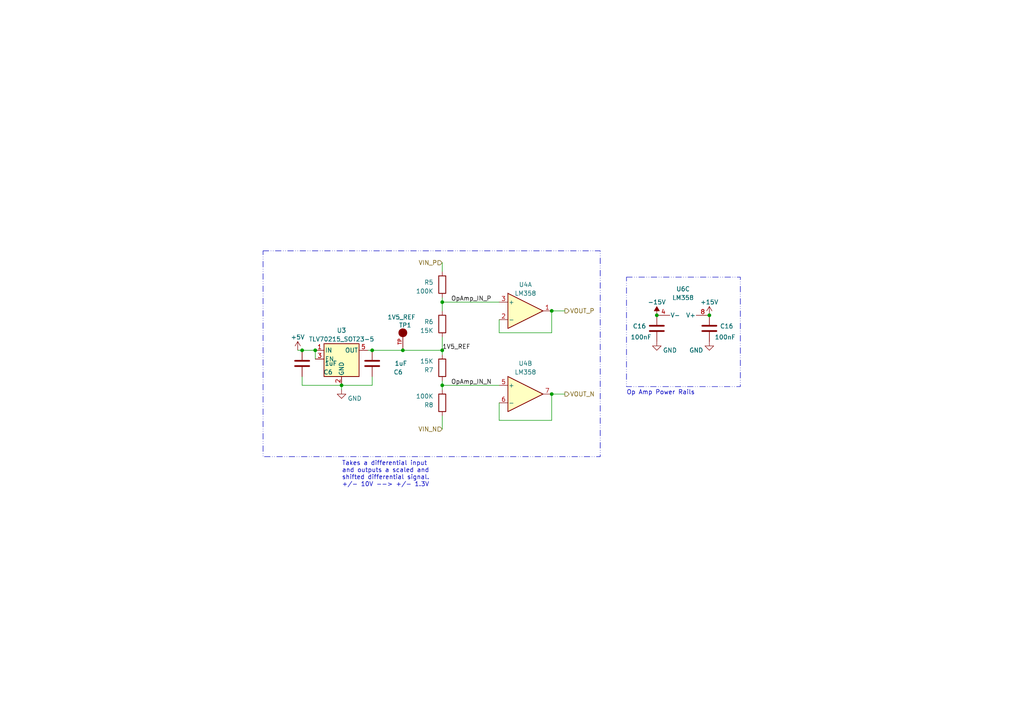
<source format=kicad_sch>
(kicad_sch (version 20230121) (generator eeschema)

  (uuid 396cc7bf-2d18-4911-b92a-f3b1cec3107b)

  (paper "A4")

  (lib_symbols
    (symbol "5117:5117" (pin_names (offset 1.016)) (in_bom yes) (on_board yes)
      (property "Reference" "TP" (at -2.5444 2.5415 0)
        (effects (font (size 1.27 1.27)) (justify left bottom))
      )
      (property "Value" "5117" (at -2.55 -5.0866 0)
        (effects (font (size 1.27 1.27)) (justify left bottom))
      )
      (property "Footprint" "5117:KEYSTONE_5117" (at 0 0 0)
        (effects (font (size 1.27 1.27)) (justify bottom) hide)
      )
      (property "Datasheet" "" (at 0 0 0)
        (effects (font (size 1.27 1.27)) hide)
      )
      (property "PARTREV" "H" (at 0 0 0)
        (effects (font (size 1.27 1.27)) (justify bottom) hide)
      )
      (property "STANDARD" "Manufacturer Recommendations" (at 0 0 0)
        (effects (font (size 1.27 1.27)) (justify bottom) hide)
      )
      (property "SNAPEDA_PN" "5000" (at 0 0 0)
        (effects (font (size 1.27 1.27)) (justify bottom) hide)
      )
      (property "MAXIMUM_PACKAGE_HEIGHT" "4.57 mm" (at 0 0 0)
        (effects (font (size 1.27 1.27)) (justify bottom) hide)
      )
      (property "MANUFACTURER" "Keystone" (at 0 0 0)
        (effects (font (size 1.27 1.27)) (justify bottom) hide)
      )
      (symbol "5117_0_0"
        (circle (center 0 0) (radius 0.635)
          (stroke (width 1.27) (type default))
          (fill (type none))
        )
        (pin passive line (at -5.08 0 0) (length 5.08)
          (name "~" (effects (font (size 1.016 1.016))))
          (number "TP" (effects (font (size 1.016 1.016))))
        )
      )
    )
    (symbol "Amplifier_Operational:LM358" (pin_names (offset 0.127)) (in_bom yes) (on_board yes)
      (property "Reference" "U" (at 0 5.08 0)
        (effects (font (size 1.27 1.27)) (justify left))
      )
      (property "Value" "LM358" (at 0 -5.08 0)
        (effects (font (size 1.27 1.27)) (justify left))
      )
      (property "Footprint" "" (at 0 0 0)
        (effects (font (size 1.27 1.27)) hide)
      )
      (property "Datasheet" "http://www.ti.com/lit/ds/symlink/lm2904-n.pdf" (at 0 0 0)
        (effects (font (size 1.27 1.27)) hide)
      )
      (property "ki_locked" "" (at 0 0 0)
        (effects (font (size 1.27 1.27)))
      )
      (property "ki_keywords" "dual opamp" (at 0 0 0)
        (effects (font (size 1.27 1.27)) hide)
      )
      (property "ki_description" "Low-Power, Dual Operational Amplifiers, DIP-8/SOIC-8/TO-99-8" (at 0 0 0)
        (effects (font (size 1.27 1.27)) hide)
      )
      (property "ki_fp_filters" "SOIC*3.9x4.9mm*P1.27mm* DIP*W7.62mm* TO*99* OnSemi*Micro8* TSSOP*3x3mm*P0.65mm* TSSOP*4.4x3mm*P0.65mm* MSOP*3x3mm*P0.65mm* SSOP*3.9x4.9mm*P0.635mm* LFCSP*2x2mm*P0.5mm* *SIP* SOIC*5.3x6.2mm*P1.27mm*" (at 0 0 0)
        (effects (font (size 1.27 1.27)) hide)
      )
      (symbol "LM358_1_1"
        (polyline
          (pts
            (xy -5.08 5.08)
            (xy 5.08 0)
            (xy -5.08 -5.08)
            (xy -5.08 5.08)
          )
          (stroke (width 0.254) (type default))
          (fill (type background))
        )
        (pin output line (at 7.62 0 180) (length 2.54)
          (name "~" (effects (font (size 1.27 1.27))))
          (number "1" (effects (font (size 1.27 1.27))))
        )
        (pin input line (at -7.62 -2.54 0) (length 2.54)
          (name "-" (effects (font (size 1.27 1.27))))
          (number "2" (effects (font (size 1.27 1.27))))
        )
        (pin input line (at -7.62 2.54 0) (length 2.54)
          (name "+" (effects (font (size 1.27 1.27))))
          (number "3" (effects (font (size 1.27 1.27))))
        )
      )
      (symbol "LM358_2_1"
        (polyline
          (pts
            (xy -5.08 5.08)
            (xy 5.08 0)
            (xy -5.08 -5.08)
            (xy -5.08 5.08)
          )
          (stroke (width 0.254) (type default))
          (fill (type background))
        )
        (pin input line (at -7.62 2.54 0) (length 2.54)
          (name "+" (effects (font (size 1.27 1.27))))
          (number "5" (effects (font (size 1.27 1.27))))
        )
        (pin input line (at -7.62 -2.54 0) (length 2.54)
          (name "-" (effects (font (size 1.27 1.27))))
          (number "6" (effects (font (size 1.27 1.27))))
        )
        (pin output line (at 7.62 0 180) (length 2.54)
          (name "~" (effects (font (size 1.27 1.27))))
          (number "7" (effects (font (size 1.27 1.27))))
        )
      )
      (symbol "LM358_3_1"
        (pin power_in line (at -2.54 -7.62 90) (length 3.81)
          (name "V-" (effects (font (size 1.27 1.27))))
          (number "4" (effects (font (size 1.27 1.27))))
        )
        (pin power_in line (at -2.54 7.62 270) (length 3.81)
          (name "V+" (effects (font (size 1.27 1.27))))
          (number "8" (effects (font (size 1.27 1.27))))
        )
      )
    )
    (symbol "Device:C" (pin_numbers hide) (pin_names (offset 0.254)) (in_bom yes) (on_board yes)
      (property "Reference" "C" (at 0.635 2.54 0)
        (effects (font (size 1.27 1.27)) (justify left))
      )
      (property "Value" "C" (at 0.635 -2.54 0)
        (effects (font (size 1.27 1.27)) (justify left))
      )
      (property "Footprint" "" (at 0.9652 -3.81 0)
        (effects (font (size 1.27 1.27)) hide)
      )
      (property "Datasheet" "~" (at 0 0 0)
        (effects (font (size 1.27 1.27)) hide)
      )
      (property "ki_keywords" "cap capacitor" (at 0 0 0)
        (effects (font (size 1.27 1.27)) hide)
      )
      (property "ki_description" "Unpolarized capacitor" (at 0 0 0)
        (effects (font (size 1.27 1.27)) hide)
      )
      (property "ki_fp_filters" "C_*" (at 0 0 0)
        (effects (font (size 1.27 1.27)) hide)
      )
      (symbol "C_0_1"
        (polyline
          (pts
            (xy -2.032 -0.762)
            (xy 2.032 -0.762)
          )
          (stroke (width 0.508) (type default))
          (fill (type none))
        )
        (polyline
          (pts
            (xy -2.032 0.762)
            (xy 2.032 0.762)
          )
          (stroke (width 0.508) (type default))
          (fill (type none))
        )
      )
      (symbol "C_1_1"
        (pin passive line (at 0 3.81 270) (length 2.794)
          (name "~" (effects (font (size 1.27 1.27))))
          (number "1" (effects (font (size 1.27 1.27))))
        )
        (pin passive line (at 0 -3.81 90) (length 2.794)
          (name "~" (effects (font (size 1.27 1.27))))
          (number "2" (effects (font (size 1.27 1.27))))
        )
      )
    )
    (symbol "Device:R" (pin_numbers hide) (pin_names (offset 0)) (in_bom yes) (on_board yes)
      (property "Reference" "R" (at 2.032 0 90)
        (effects (font (size 1.27 1.27)))
      )
      (property "Value" "R" (at 0 0 90)
        (effects (font (size 1.27 1.27)))
      )
      (property "Footprint" "" (at -1.778 0 90)
        (effects (font (size 1.27 1.27)) hide)
      )
      (property "Datasheet" "~" (at 0 0 0)
        (effects (font (size 1.27 1.27)) hide)
      )
      (property "ki_keywords" "R res resistor" (at 0 0 0)
        (effects (font (size 1.27 1.27)) hide)
      )
      (property "ki_description" "Resistor" (at 0 0 0)
        (effects (font (size 1.27 1.27)) hide)
      )
      (property "ki_fp_filters" "R_*" (at 0 0 0)
        (effects (font (size 1.27 1.27)) hide)
      )
      (symbol "R_0_1"
        (rectangle (start -1.016 -2.54) (end 1.016 2.54)
          (stroke (width 0.254) (type default))
          (fill (type none))
        )
      )
      (symbol "R_1_1"
        (pin passive line (at 0 3.81 270) (length 1.27)
          (name "~" (effects (font (size 1.27 1.27))))
          (number "1" (effects (font (size 1.27 1.27))))
        )
        (pin passive line (at 0 -3.81 90) (length 1.27)
          (name "~" (effects (font (size 1.27 1.27))))
          (number "2" (effects (font (size 1.27 1.27))))
        )
      )
    )
    (symbol "Regulator_Linear:TLV70215_SOT23-5" (pin_names (offset 0.254)) (in_bom yes) (on_board yes)
      (property "Reference" "U" (at -3.81 5.715 0)
        (effects (font (size 1.27 1.27)))
      )
      (property "Value" "TLV70215_SOT23-5" (at 0 5.715 0)
        (effects (font (size 1.27 1.27)) (justify left))
      )
      (property "Footprint" "Package_TO_SOT_SMD:SOT-23-5" (at 0 8.255 0)
        (effects (font (size 1.27 1.27) italic) hide)
      )
      (property "Datasheet" "http://www.ti.com/lit/ds/symlink/tlv702.pdf" (at 0 1.27 0)
        (effects (font (size 1.27 1.27)) hide)
      )
      (property "ki_keywords" "300mA LDO Regulator Fixed Positive" (at 0 0 0)
        (effects (font (size 1.27 1.27)) hide)
      )
      (property "ki_description" "300mA Low Dropout Voltage Regulator, Fixed Output 1.5V, SOT-23-5" (at 0 0 0)
        (effects (font (size 1.27 1.27)) hide)
      )
      (property "ki_fp_filters" "SOT?23*" (at 0 0 0)
        (effects (font (size 1.27 1.27)) hide)
      )
      (symbol "TLV70215_SOT23-5_0_1"
        (rectangle (start -5.08 4.445) (end 5.08 -5.08)
          (stroke (width 0.254) (type default))
          (fill (type background))
        )
      )
      (symbol "TLV70215_SOT23-5_1_1"
        (pin power_in line (at -7.62 2.54 0) (length 2.54)
          (name "IN" (effects (font (size 1.27 1.27))))
          (number "1" (effects (font (size 1.27 1.27))))
        )
        (pin power_in line (at 0 -7.62 90) (length 2.54)
          (name "GND" (effects (font (size 1.27 1.27))))
          (number "2" (effects (font (size 1.27 1.27))))
        )
        (pin input line (at -7.62 0 0) (length 2.54)
          (name "EN" (effects (font (size 1.27 1.27))))
          (number "3" (effects (font (size 1.27 1.27))))
        )
        (pin no_connect line (at 5.08 0 180) (length 2.54) hide
          (name "NC" (effects (font (size 1.27 1.27))))
          (number "4" (effects (font (size 1.27 1.27))))
        )
        (pin power_out line (at 7.62 2.54 180) (length 2.54)
          (name "OUT" (effects (font (size 1.27 1.27))))
          (number "5" (effects (font (size 1.27 1.27))))
        )
      )
    )
    (symbol "power:+15V" (power) (pin_names (offset 0)) (in_bom yes) (on_board yes)
      (property "Reference" "#PWR" (at 0 -3.81 0)
        (effects (font (size 1.27 1.27)) hide)
      )
      (property "Value" "+15V" (at 0 3.556 0)
        (effects (font (size 1.27 1.27)))
      )
      (property "Footprint" "" (at 0 0 0)
        (effects (font (size 1.27 1.27)) hide)
      )
      (property "Datasheet" "" (at 0 0 0)
        (effects (font (size 1.27 1.27)) hide)
      )
      (property "ki_keywords" "global power" (at 0 0 0)
        (effects (font (size 1.27 1.27)) hide)
      )
      (property "ki_description" "Power symbol creates a global label with name \"+15V\"" (at 0 0 0)
        (effects (font (size 1.27 1.27)) hide)
      )
      (symbol "+15V_0_1"
        (polyline
          (pts
            (xy -0.762 1.27)
            (xy 0 2.54)
          )
          (stroke (width 0) (type default))
          (fill (type none))
        )
        (polyline
          (pts
            (xy 0 0)
            (xy 0 2.54)
          )
          (stroke (width 0) (type default))
          (fill (type none))
        )
        (polyline
          (pts
            (xy 0 2.54)
            (xy 0.762 1.27)
          )
          (stroke (width 0) (type default))
          (fill (type none))
        )
      )
      (symbol "+15V_1_1"
        (pin power_in line (at 0 0 90) (length 0) hide
          (name "+15V" (effects (font (size 1.27 1.27))))
          (number "1" (effects (font (size 1.27 1.27))))
        )
      )
    )
    (symbol "power:+5V" (power) (pin_names (offset 0)) (in_bom yes) (on_board yes)
      (property "Reference" "#PWR" (at 0 -3.81 0)
        (effects (font (size 1.27 1.27)) hide)
      )
      (property "Value" "+5V" (at 0 3.556 0)
        (effects (font (size 1.27 1.27)))
      )
      (property "Footprint" "" (at 0 0 0)
        (effects (font (size 1.27 1.27)) hide)
      )
      (property "Datasheet" "" (at 0 0 0)
        (effects (font (size 1.27 1.27)) hide)
      )
      (property "ki_keywords" "global power" (at 0 0 0)
        (effects (font (size 1.27 1.27)) hide)
      )
      (property "ki_description" "Power symbol creates a global label with name \"+5V\"" (at 0 0 0)
        (effects (font (size 1.27 1.27)) hide)
      )
      (symbol "+5V_0_1"
        (polyline
          (pts
            (xy -0.762 1.27)
            (xy 0 2.54)
          )
          (stroke (width 0) (type default))
          (fill (type none))
        )
        (polyline
          (pts
            (xy 0 0)
            (xy 0 2.54)
          )
          (stroke (width 0) (type default))
          (fill (type none))
        )
        (polyline
          (pts
            (xy 0 2.54)
            (xy 0.762 1.27)
          )
          (stroke (width 0) (type default))
          (fill (type none))
        )
      )
      (symbol "+5V_1_1"
        (pin power_in line (at 0 0 90) (length 0) hide
          (name "+5V" (effects (font (size 1.27 1.27))))
          (number "1" (effects (font (size 1.27 1.27))))
        )
      )
    )
    (symbol "power:-15V" (power) (pin_names (offset 0)) (in_bom yes) (on_board yes)
      (property "Reference" "#PWR" (at 0 2.54 0)
        (effects (font (size 1.27 1.27)) hide)
      )
      (property "Value" "-15V" (at 0 3.81 0)
        (effects (font (size 1.27 1.27)))
      )
      (property "Footprint" "" (at 0 0 0)
        (effects (font (size 1.27 1.27)) hide)
      )
      (property "Datasheet" "" (at 0 0 0)
        (effects (font (size 1.27 1.27)) hide)
      )
      (property "ki_keywords" "global power" (at 0 0 0)
        (effects (font (size 1.27 1.27)) hide)
      )
      (property "ki_description" "Power symbol creates a global label with name \"-15V\"" (at 0 0 0)
        (effects (font (size 1.27 1.27)) hide)
      )
      (symbol "-15V_0_0"
        (pin power_in line (at 0 0 90) (length 0) hide
          (name "-15V" (effects (font (size 1.27 1.27))))
          (number "1" (effects (font (size 1.27 1.27))))
        )
      )
      (symbol "-15V_0_1"
        (polyline
          (pts
            (xy 0 0)
            (xy 0 1.27)
            (xy 0.762 1.27)
            (xy 0 2.54)
            (xy -0.762 1.27)
            (xy 0 1.27)
          )
          (stroke (width 0) (type default))
          (fill (type outline))
        )
      )
    )
    (symbol "power:GND" (power) (pin_names (offset 0)) (in_bom yes) (on_board yes)
      (property "Reference" "#PWR" (at 0 -6.35 0)
        (effects (font (size 1.27 1.27)) hide)
      )
      (property "Value" "GND" (at 0 -3.81 0)
        (effects (font (size 1.27 1.27)))
      )
      (property "Footprint" "" (at 0 0 0)
        (effects (font (size 1.27 1.27)) hide)
      )
      (property "Datasheet" "" (at 0 0 0)
        (effects (font (size 1.27 1.27)) hide)
      )
      (property "ki_keywords" "global power" (at 0 0 0)
        (effects (font (size 1.27 1.27)) hide)
      )
      (property "ki_description" "Power symbol creates a global label with name \"GND\" , ground" (at 0 0 0)
        (effects (font (size 1.27 1.27)) hide)
      )
      (symbol "GND_0_1"
        (polyline
          (pts
            (xy 0 0)
            (xy 0 -1.27)
            (xy 1.27 -1.27)
            (xy 0 -2.54)
            (xy -1.27 -1.27)
            (xy 0 -1.27)
          )
          (stroke (width 0) (type default))
          (fill (type none))
        )
      )
      (symbol "GND_1_1"
        (pin power_in line (at 0 0 270) (length 0) hide
          (name "GND" (effects (font (size 1.27 1.27))))
          (number "1" (effects (font (size 1.27 1.27))))
        )
      )
    )
  )

  (junction (at 99.06 111.76) (diameter 0) (color 0 0 0 0)
    (uuid 2eae91aa-f450-453e-a2f6-acb8b1f3b88c)
  )
  (junction (at 160.02 114.3) (diameter 0) (color 0 0 0 0)
    (uuid 348a90eb-3522-4bc9-8140-9864fd9eb447)
  )
  (junction (at 190.5 91.44) (diameter 0) (color 0 0 0 0)
    (uuid 486c30ea-4003-407c-8bcc-acdba2205638)
  )
  (junction (at 87.63 101.6) (diameter 0) (color 0 0 0 0)
    (uuid 61aad62b-c18f-4316-931a-97bcbc15b474)
  )
  (junction (at 205.74 91.44) (diameter 0) (color 0 0 0 0)
    (uuid 70beb57f-23cb-4857-9143-8db5190a77ab)
  )
  (junction (at 128.27 111.76) (diameter 0) (color 0 0 0 0)
    (uuid 822a777a-6df8-4d82-adca-5a2dea466b75)
  )
  (junction (at 160.02 90.17) (diameter 0) (color 0 0 0 0)
    (uuid 8d4a5811-6d10-4d95-bc2d-8625f048f328)
  )
  (junction (at 128.27 101.6) (diameter 0) (color 0 0 0 0)
    (uuid 8facae04-cbca-4439-bf0b-59ff02869a93)
  )
  (junction (at 116.84 101.6) (diameter 0) (color 0 0 0 0)
    (uuid acb03750-7b53-491e-8366-89ea9504e640)
  )
  (junction (at 128.27 87.63) (diameter 0) (color 0 0 0 0)
    (uuid c6f33255-fb8c-431e-8be7-c0ae16e3f9c7)
  )
  (junction (at 91.44 101.6) (diameter 0) (color 0 0 0 0)
    (uuid f65912da-d41a-4fe0-afdd-27001e4e0a3d)
  )
  (junction (at 107.95 101.6) (diameter 0) (color 0 0 0 0)
    (uuid f8e409d6-66fd-4d86-b8b3-2fd9afe9f4a5)
  )

  (wire (pts (xy 87.63 109.22) (xy 87.63 111.76))
    (stroke (width 0) (type default))
    (uuid 0212c175-b6f0-4f67-b7ae-e625d7552f19)
  )
  (wire (pts (xy 86.36 101.6) (xy 87.63 101.6))
    (stroke (width 0) (type default))
    (uuid 0c08a1f6-a54b-4e9c-8ebc-287dbe5be1f1)
  )
  (wire (pts (xy 144.78 116.84) (xy 144.78 121.92))
    (stroke (width 0) (type default))
    (uuid 11b77b67-de49-4bdf-a74a-ba13cb247b59)
  )
  (wire (pts (xy 106.68 101.6) (xy 107.95 101.6))
    (stroke (width 0) (type default))
    (uuid 275241c9-bd64-4993-b577-a9c0b88024a2)
  )
  (wire (pts (xy 128.27 101.6) (xy 128.27 102.87))
    (stroke (width 0) (type default))
    (uuid 27be0792-753b-43c6-867e-e2e180e8c3c1)
  )
  (wire (pts (xy 87.63 111.76) (xy 99.06 111.76))
    (stroke (width 0) (type default))
    (uuid 358c259e-659b-4b46-8f97-75a2e00770fa)
  )
  (wire (pts (xy 99.06 113.03) (xy 99.06 111.76))
    (stroke (width 0) (type default))
    (uuid 39ffb372-4c8e-414e-b07f-62ed66d217b7)
  )
  (wire (pts (xy 128.27 76.2) (xy 128.27 78.74))
    (stroke (width 0) (type default))
    (uuid 49b2a032-cdf9-4881-8ba9-dc0dafca2e40)
  )
  (wire (pts (xy 91.44 101.6) (xy 91.44 104.14))
    (stroke (width 0) (type default))
    (uuid 4cf3b9e7-5851-4d37-b3be-fc54e5cb1c83)
  )
  (wire (pts (xy 160.02 114.3) (xy 163.83 114.3))
    (stroke (width 0) (type default))
    (uuid 539c02d8-600c-4c38-a848-3d0e07b3dec8)
  )
  (wire (pts (xy 128.27 97.79) (xy 128.27 101.6))
    (stroke (width 0) (type default))
    (uuid 6192864e-fbc3-41b2-82ba-b36e38c8d7b4)
  )
  (wire (pts (xy 116.84 101.6) (xy 128.27 101.6))
    (stroke (width 0) (type default))
    (uuid 7213bafc-5eb7-467e-9716-95ac39fd5fcf)
  )
  (wire (pts (xy 128.27 110.49) (xy 128.27 111.76))
    (stroke (width 0) (type default))
    (uuid 808aa976-ee1f-4390-8bf3-5ce3bd681944)
  )
  (wire (pts (xy 128.27 111.76) (xy 144.78 111.76))
    (stroke (width 0) (type default))
    (uuid 826f99b8-fd7d-4f75-90f7-d2a80eff35b7)
  )
  (wire (pts (xy 144.78 96.52) (xy 160.02 96.52))
    (stroke (width 0) (type default))
    (uuid 913dcfdd-7163-4d84-8f26-c941128caea1)
  )
  (wire (pts (xy 160.02 114.3) (xy 160.02 121.92))
    (stroke (width 0) (type default))
    (uuid 9905033b-cfff-482e-ab6e-4c14ac9f4e3a)
  )
  (wire (pts (xy 107.95 111.76) (xy 99.06 111.76))
    (stroke (width 0) (type default))
    (uuid a2a3a1c7-fec9-42e0-a67a-bb17862d6b62)
  )
  (wire (pts (xy 160.02 90.17) (xy 160.02 96.52))
    (stroke (width 0) (type default))
    (uuid a416077f-0fe3-4f0b-aa2f-63935356e430)
  )
  (wire (pts (xy 128.27 111.76) (xy 128.27 113.03))
    (stroke (width 0) (type default))
    (uuid a9c287fa-10a3-4a2d-8038-bd646ae56aac)
  )
  (wire (pts (xy 128.27 87.63) (xy 144.78 87.63))
    (stroke (width 0) (type default))
    (uuid afe42b29-38c5-45f6-9e39-e21b0c30afd0)
  )
  (wire (pts (xy 144.78 92.71) (xy 144.78 96.52))
    (stroke (width 0) (type default))
    (uuid b0dc9040-8256-4b72-b2a6-ef87864deae5)
  )
  (wire (pts (xy 160.02 90.17) (xy 163.83 90.17))
    (stroke (width 0) (type default))
    (uuid bd7ad838-69d0-412f-9ec8-9f35ada51eeb)
  )
  (wire (pts (xy 107.95 109.22) (xy 107.95 111.76))
    (stroke (width 0) (type default))
    (uuid bfc0ea56-a1e8-4d04-9e94-fbb892e90c7d)
  )
  (wire (pts (xy 128.27 86.36) (xy 128.27 87.63))
    (stroke (width 0) (type default))
    (uuid c2c1b75d-4fa9-4712-b15a-465880a2143a)
  )
  (wire (pts (xy 107.95 101.6) (xy 116.84 101.6))
    (stroke (width 0) (type default))
    (uuid c9f4f779-448d-4a4a-8823-3b44d6434858)
  )
  (wire (pts (xy 144.78 121.92) (xy 160.02 121.92))
    (stroke (width 0) (type default))
    (uuid d14a35a5-f098-46a8-83e4-6db6b8d7a2bc)
  )
  (wire (pts (xy 128.27 120.65) (xy 128.27 124.46))
    (stroke (width 0) (type default))
    (uuid e8ec762d-f262-435c-bfe2-c425ce9915e0)
  )
  (wire (pts (xy 128.27 87.63) (xy 128.27 90.17))
    (stroke (width 0) (type default))
    (uuid ec564bfc-f851-4200-8c5e-d9358ad65df7)
  )
  (wire (pts (xy 87.63 101.6) (xy 91.44 101.6))
    (stroke (width 0) (type default))
    (uuid f230b9a3-4383-4269-a80a-6b8de68214a9)
  )

  (rectangle (start 181.7083 80.3758) (end 214.7283 112.1258)
    (stroke (width 0) (type dash_dot_dot))
    (fill (type none))
    (uuid 2101ddd3-8e19-4a19-b7e2-83f19df84bae)
  )
  (rectangle (start 76.2983 72.7558) (end 174.0883 132.4458)
    (stroke (width 0) (type dash_dot_dot))
    (fill (type none))
    (uuid 4fd9b646-4f25-4afe-89a5-4ae7cce3ee10)
  )

  (text "Op Amp Power Rails" (at 181.7083 114.6658 0)
    (effects (font (size 1.27 1.27)) (justify left bottom))
    (uuid 59776f43-dcc1-4d0a-b585-0ff72f9f9a26)
  )
  (text "Takes a differential input \nand outputs a scaled and \nshifted differential signal. \n+/- 10V --> +/- 1.3V"
    (at 99.1583 141.3358 0)
    (effects (font (size 1.27 1.27)) (justify left bottom))
    (uuid 7c95e22e-ebd5-4c47-b25f-d5e58b285bc4)
  )

  (label "OpAmp_IN_N" (at 130.81 111.76 0) (fields_autoplaced)
    (effects (font (size 1.27 1.27)) (justify left bottom))
    (uuid abb2eecd-7b30-491e-8973-2cb8ed8aad2e)
  )
  (label "1V5_REF" (at 128.27 101.6 0) (fields_autoplaced)
    (effects (font (size 1.27 1.27)) (justify left bottom))
    (uuid b864c91d-9ade-41a6-a792-dc666e92d12a)
  )
  (label "OpAmp_IN_P" (at 130.81 87.63 0) (fields_autoplaced)
    (effects (font (size 1.27 1.27)) (justify left bottom))
    (uuid eef147a7-dc0e-49b4-af33-f7e5cd12e7c9)
  )

  (hierarchical_label "VOUT_P" (shape output) (at 163.83 90.17 0) (fields_autoplaced)
    (effects (font (size 1.27 1.27)) (justify left))
    (uuid 0b32f65f-4159-4553-ad91-3df36faf5464)
  )
  (hierarchical_label "VOUT_N" (shape output) (at 163.83 114.3 0) (fields_autoplaced)
    (effects (font (size 1.27 1.27)) (justify left))
    (uuid 1e54d559-7d1d-4819-96ce-d02d11b59f87)
  )
  (hierarchical_label "VIN_P" (shape input) (at 128.27 76.2 180) (fields_autoplaced)
    (effects (font (size 1.27 1.27)) (justify right))
    (uuid 2d4cc9c7-2cda-49aa-96f8-d65f37659043)
  )
  (hierarchical_label "VIN_N" (shape input) (at 128.27 124.46 180) (fields_autoplaced)
    (effects (font (size 1.27 1.27)) (justify right))
    (uuid 93712414-241b-4d86-a275-ae669abcfb69)
  )

  (symbol (lib_id "Regulator_Linear:TLV70215_SOT23-5") (at 99.06 104.14 0) (unit 1)
    (in_bom yes) (on_board yes) (dnp no) (fields_autoplaced)
    (uuid 0327c645-112a-49a8-95c0-c69be3d64535)
    (property "Reference" "U3" (at 99.06 95.8377 0)
      (effects (font (size 1.27 1.27)))
    )
    (property "Value" "TLV70215_SOT23-5" (at 99.06 98.3777 0)
      (effects (font (size 1.27 1.27)))
    )
    (property "Footprint" "Package_TO_SOT_SMD:SOT-23-5" (at 99.06 95.885 0)
      (effects (font (size 1.27 1.27) italic) hide)
    )
    (property "Datasheet" "http://www.ti.com/lit/ds/symlink/tlv702.pdf" (at 99.06 102.87 0)
      (effects (font (size 1.27 1.27)) hide)
    )
    (pin "1" (uuid 555d93d1-4007-4e87-8876-b87bd2129609))
    (pin "2" (uuid d9606832-0a4c-485b-953e-46224d7f1578))
    (pin "3" (uuid d236edf5-90d4-4c65-9e6b-351366ddfbbe))
    (pin "4" (uuid a64adc55-88e5-4a1b-b310-8f5f24c737c1))
    (pin "5" (uuid 9f3da5e0-572e-4038-8783-7b305336b28f))
    (instances
      (project "PCB_rev1"
        (path "/420b1871-e553-4672-be8f-bcca7ed43833/817463e3-bff9-4d94-baaa-bfbcd15b2add"
          (reference "U3") (unit 1)
        )
      )
    )
  )

  (symbol (lib_id "Device:R") (at 128.27 116.84 180) (unit 1)
    (in_bom yes) (on_board yes) (dnp no) (fields_autoplaced)
    (uuid 0aaa3cb3-f120-474b-9003-1af1a9f1e515)
    (property "Reference" "R8" (at 125.73 117.475 0)
      (effects (font (size 1.27 1.27)) (justify left))
    )
    (property "Value" "100K" (at 125.73 114.935 0)
      (effects (font (size 1.27 1.27)) (justify left))
    )
    (property "Footprint" "Resistor_SMD:R_0603_1608Metric_Pad0.98x0.95mm_HandSolder" (at 130.048 116.84 90)
      (effects (font (size 1.27 1.27)) hide)
    )
    (property "Datasheet" "~" (at 128.27 116.84 0)
      (effects (font (size 1.27 1.27)) hide)
    )
    (pin "1" (uuid d383aae0-f333-40c0-a7d8-eb37dbed23d1))
    (pin "2" (uuid d4d834cd-7ad1-4866-8bfc-2dcd25448893))
    (instances
      (project "PCB_rev1"
        (path "/420b1871-e553-4672-be8f-bcca7ed43833/817463e3-bff9-4d94-baaa-bfbcd15b2add"
          (reference "R8") (unit 1)
        )
      )
      (project "PCB_files"
        (path "/b7743f61-67eb-464d-a18d-e6f474f02623"
          (reference "R3") (unit 1)
        )
      )
    )
  )

  (symbol (lib_id "Device:R") (at 128.27 82.55 0) (mirror y) (unit 1)
    (in_bom yes) (on_board yes) (dnp no)
    (uuid 0ede481e-c36f-4f23-a205-b9a0c82ba50e)
    (property "Reference" "R5" (at 125.73 81.915 0)
      (effects (font (size 1.27 1.27)) (justify left))
    )
    (property "Value" "100K" (at 125.73 84.455 0)
      (effects (font (size 1.27 1.27)) (justify left))
    )
    (property "Footprint" "Resistor_SMD:R_0603_1608Metric_Pad0.98x0.95mm_HandSolder" (at 130.048 82.55 90)
      (effects (font (size 1.27 1.27)) hide)
    )
    (property "Datasheet" "~" (at 128.27 82.55 0)
      (effects (font (size 1.27 1.27)) hide)
    )
    (pin "1" (uuid 0bbc9306-ad96-44a8-b8b0-06facbc61677))
    (pin "2" (uuid 22292040-6107-414a-a6c4-ee11f496efd6))
    (instances
      (project "PCB_rev1"
        (path "/420b1871-e553-4672-be8f-bcca7ed43833/817463e3-bff9-4d94-baaa-bfbcd15b2add"
          (reference "R5") (unit 1)
        )
      )
      (project "PCB_files"
        (path "/b7743f61-67eb-464d-a18d-e6f474f02623"
          (reference "R1") (unit 1)
        )
      )
    )
  )

  (symbol (lib_id "Amplifier_Operational:LM358") (at 198.12 88.9 270) (mirror x) (unit 3)
    (in_bom yes) (on_board yes) (dnp no)
    (uuid 16f4b53b-86b8-49ff-b775-b027f311f5f0)
    (property "Reference" "U6" (at 198.12 83.82 90)
      (effects (font (size 1.27 1.27)))
    )
    (property "Value" "LM358" (at 198.12 86.36 90)
      (effects (font (size 1.27 1.27)))
    )
    (property "Footprint" "LM358:D8" (at 198.12 88.9 0)
      (effects (font (size 1.27 1.27)) hide)
    )
    (property "Datasheet" "http://www.ti.com/lit/ds/symlink/lm2904-n.pdf" (at 198.12 88.9 0)
      (effects (font (size 1.27 1.27)) hide)
    )
    (pin "1" (uuid c3ce9966-3249-4e6e-8b53-2005cd566a94))
    (pin "2" (uuid 2b826c52-a115-463e-b210-2c5fb2dabd5a))
    (pin "3" (uuid 0351cec9-407a-48c6-a69c-b91c7bf16e4b))
    (pin "5" (uuid f5e82fda-5383-49f9-b6ca-0491e6818a69))
    (pin "6" (uuid f844d20e-6f4f-4077-a581-07a01395b266))
    (pin "7" (uuid b33e587a-70ec-4328-b6ef-8187f9ee3664))
    (pin "4" (uuid 7c1ed4f8-f2ba-4497-984f-2695f6a781eb))
    (pin "8" (uuid 905bbcc1-1c22-494b-bd2f-186c06ecb173))
    (instances
      (project "PCB_rev1"
        (path "/420b1871-e553-4672-be8f-bcca7ed43833/1b7be49f-c249-4163-80da-86b90e3587c4"
          (reference "U6") (unit 3)
        )
        (path "/420b1871-e553-4672-be8f-bcca7ed43833/817463e3-bff9-4d94-baaa-bfbcd15b2add"
          (reference "U4") (unit 3)
        )
      )
      (project "PCB_files"
        (path "/b7743f61-67eb-464d-a18d-e6f474f02623"
          (reference "U5") (unit 2)
        )
      )
    )
  )

  (symbol (lib_id "Amplifier_Operational:LM358") (at 152.4 114.3 0) (unit 2)
    (in_bom yes) (on_board yes) (dnp no) (fields_autoplaced)
    (uuid 1b867994-1229-4ce7-9672-6cac280845e4)
    (property "Reference" "U4" (at 152.4 105.41 0)
      (effects (font (size 1.27 1.27)))
    )
    (property "Value" "LM358" (at 152.4 107.95 0)
      (effects (font (size 1.27 1.27)))
    )
    (property "Footprint" "LM358:D8" (at 152.4 114.3 0)
      (effects (font (size 1.27 1.27)) hide)
    )
    (property "Datasheet" "http://www.ti.com/lit/ds/symlink/lm2904-n.pdf" (at 152.4 114.3 0)
      (effects (font (size 1.27 1.27)) hide)
    )
    (pin "1" (uuid 144325ac-44c7-4d6d-957f-7cb384f5f018))
    (pin "2" (uuid b01d3dfb-923d-4871-a488-b9279e0d2e07))
    (pin "3" (uuid 3c9fe459-e13e-4a1b-9e4f-2a8b41ed54bd))
    (pin "5" (uuid aa41734d-0007-428d-afae-60980d913f4b))
    (pin "6" (uuid 148af1cc-379e-4749-9d2e-b08da32c7b40))
    (pin "7" (uuid db83e7eb-f490-47e1-b88c-091fa7c74bdd))
    (pin "4" (uuid 9b9faf7d-ea1b-489b-b6a4-1b0a519a5048))
    (pin "8" (uuid 86b77713-94a5-4d24-b8d3-69c70e94ef33))
    (instances
      (project "PCB_rev1"
        (path "/420b1871-e553-4672-be8f-bcca7ed43833/817463e3-bff9-4d94-baaa-bfbcd15b2add"
          (reference "U4") (unit 2)
        )
      )
      (project "PCB_files"
        (path "/b7743f61-67eb-464d-a18d-e6f474f02623"
          (reference "U2") (unit 2)
        )
      )
    )
  )

  (symbol (lib_id "Device:C") (at 190.5 95.25 0) (unit 1)
    (in_bom yes) (on_board yes) (dnp no)
    (uuid 1c54b516-04e9-43b7-8f62-5385dfadd4c1)
    (property "Reference" "C16" (at 183.515 94.615 0)
      (effects (font (size 1.27 1.27)) (justify left))
    )
    (property "Value" "100nF" (at 182.88 97.79 0)
      (effects (font (size 1.27 1.27)) (justify left))
    )
    (property "Footprint" "Capacitor_SMD:C_0603_1608Metric_Pad1.08x0.95mm_HandSolder" (at 191.4652 99.06 0)
      (effects (font (size 1.27 1.27)) hide)
    )
    (property "Datasheet" "~" (at 190.5 95.25 0)
      (effects (font (size 1.27 1.27)) hide)
    )
    (pin "1" (uuid 38b67327-11f0-47db-bb76-115a7f789180))
    (pin "2" (uuid c0d4189a-8192-495c-ba19-91a28934956a))
    (instances
      (project "PCB_rev1"
        (path "/420b1871-e553-4672-be8f-bcca7ed43833/16cba024-f492-4869-8732-86c63ecbf370"
          (reference "C16") (unit 1)
        )
        (path "/420b1871-e553-4672-be8f-bcca7ed43833/817463e3-bff9-4d94-baaa-bfbcd15b2add"
          (reference "C15") (unit 1)
        )
      )
      (project "PCB_files"
        (path "/b7743f61-67eb-464d-a18d-e6f474f02623"
          (reference "C15") (unit 1)
        )
      )
    )
  )

  (symbol (lib_id "Device:C") (at 107.95 105.41 180) (unit 1)
    (in_bom yes) (on_board yes) (dnp no)
    (uuid 225f2b5b-61d8-4ca2-a5bf-c119cad16f0a)
    (property "Reference" "C6" (at 116.84 107.95 0)
      (effects (font (size 1.27 1.27)) (justify left))
    )
    (property "Value" "1uF" (at 118.11 105.41 0)
      (effects (font (size 1.27 1.27)) (justify left))
    )
    (property "Footprint" "Capacitor_SMD:C_0603_1608Metric_Pad1.08x0.95mm_HandSolder" (at 106.9848 101.6 0)
      (effects (font (size 1.27 1.27)) hide)
    )
    (property "Datasheet" "~" (at 107.95 105.41 0)
      (effects (font (size 1.27 1.27)) hide)
    )
    (pin "1" (uuid 9dd95b09-84bc-445e-bf04-d5de5099f954))
    (pin "2" (uuid 53d4da7d-2209-488e-b216-6df0db0c35c9))
    (instances
      (project "PCB_rev1"
        (path "/420b1871-e553-4672-be8f-bcca7ed43833/16cba024-f492-4869-8732-86c63ecbf370"
          (reference "C6") (unit 1)
        )
        (path "/420b1871-e553-4672-be8f-bcca7ed43833/817463e3-bff9-4d94-baaa-bfbcd15b2add"
          (reference "C14") (unit 1)
        )
      )
      (project "PCB_files"
        (path "/b7743f61-67eb-464d-a18d-e6f474f02623"
          (reference "C14") (unit 1)
        )
      )
    )
  )

  (symbol (lib_id "power:GND") (at 99.06 113.03 0) (mirror y) (unit 1)
    (in_bom yes) (on_board yes) (dnp no)
    (uuid 24556a1e-d9ab-4336-9d5c-9cbff482511c)
    (property "Reference" "#PWR031" (at 99.06 119.38 0)
      (effects (font (size 1.27 1.27)) hide)
    )
    (property "Value" "AGND" (at 102.87 115.57 0)
      (effects (font (size 1.27 1.27)))
    )
    (property "Footprint" "" (at 99.06 113.03 0)
      (effects (font (size 1.27 1.27)) hide)
    )
    (property "Datasheet" "" (at 99.06 113.03 0)
      (effects (font (size 1.27 1.27)) hide)
    )
    (pin "1" (uuid 7c0cb35d-77c7-4598-816b-53a9815ab11d))
    (instances
      (project "PCB_rev1"
        (path "/420b1871-e553-4672-be8f-bcca7ed43833/16cba024-f492-4869-8732-86c63ecbf370"
          (reference "#PWR031") (unit 1)
        )
        (path "/420b1871-e553-4672-be8f-bcca7ed43833/817463e3-bff9-4d94-baaa-bfbcd15b2add"
          (reference "#PWR042") (unit 1)
        )
      )
      (project "PCB_files"
        (path "/b7743f61-67eb-464d-a18d-e6f474f02623"
          (reference "#PWR023") (unit 1)
        )
      )
    )
  )

  (symbol (lib_id "Device:C") (at 205.74 95.25 0) (mirror y) (unit 1)
    (in_bom yes) (on_board yes) (dnp no)
    (uuid 285022ed-ff84-43f8-87c4-be6e02c1b063)
    (property "Reference" "C16" (at 212.725 94.615 0)
      (effects (font (size 1.27 1.27)) (justify left))
    )
    (property "Value" "100nF" (at 213.36 97.79 0)
      (effects (font (size 1.27 1.27)) (justify left))
    )
    (property "Footprint" "Capacitor_SMD:C_0603_1608Metric_Pad1.08x0.95mm_HandSolder" (at 204.7748 99.06 0)
      (effects (font (size 1.27 1.27)) hide)
    )
    (property "Datasheet" "~" (at 205.74 95.25 0)
      (effects (font (size 1.27 1.27)) hide)
    )
    (pin "1" (uuid 4a59457f-b29f-4eb4-8024-055eb9b4fdb5))
    (pin "2" (uuid f8e56d4a-5020-4a5a-983e-ec44862b4974))
    (instances
      (project "PCB_rev1"
        (path "/420b1871-e553-4672-be8f-bcca7ed43833/16cba024-f492-4869-8732-86c63ecbf370"
          (reference "C16") (unit 1)
        )
        (path "/420b1871-e553-4672-be8f-bcca7ed43833/817463e3-bff9-4d94-baaa-bfbcd15b2add"
          (reference "C16") (unit 1)
        )
      )
      (project "PCB_files"
        (path "/b7743f61-67eb-464d-a18d-e6f474f02623"
          (reference "C15") (unit 1)
        )
      )
    )
  )

  (symbol (lib_id "Amplifier_Operational:LM358") (at 152.4 90.17 0) (unit 1)
    (in_bom yes) (on_board yes) (dnp no) (fields_autoplaced)
    (uuid 2c1b1aee-6e60-4d6f-a96d-36a9a43aaefd)
    (property "Reference" "U4" (at 152.4 82.55 0)
      (effects (font (size 1.27 1.27)))
    )
    (property "Value" "LM358" (at 152.4 85.09 0)
      (effects (font (size 1.27 1.27)))
    )
    (property "Footprint" "LM358:D8" (at 152.4 90.17 0)
      (effects (font (size 1.27 1.27)) hide)
    )
    (property "Datasheet" "http://www.ti.com/lit/ds/symlink/lm2904-n.pdf" (at 152.4 90.17 0)
      (effects (font (size 1.27 1.27)) hide)
    )
    (pin "1" (uuid f564475a-6bbf-4a81-b179-62eec82ee8fa))
    (pin "2" (uuid 31a47d8a-6955-43d0-b5b5-4beeba180a21))
    (pin "3" (uuid ce87ad3e-e249-4df3-a3fd-5d23438a0b7b))
    (pin "5" (uuid 12650513-d452-4429-817f-d2f696f7d2dd))
    (pin "6" (uuid 0b6b2d1f-0950-4c5f-9e2b-56f8b638c0e6))
    (pin "7" (uuid 830442ee-72fa-487c-801a-c8015e71de0c))
    (pin "4" (uuid 94f78aa9-5747-4811-a382-bb589ab17944))
    (pin "8" (uuid d9e3e889-a98b-449c-96fd-84127fda178d))
    (instances
      (project "PCB_rev1"
        (path "/420b1871-e553-4672-be8f-bcca7ed43833/817463e3-bff9-4d94-baaa-bfbcd15b2add"
          (reference "U4") (unit 1)
        )
      )
      (project "PCB_files"
        (path "/b7743f61-67eb-464d-a18d-e6f474f02623"
          (reference "U2") (unit 1)
        )
      )
    )
  )

  (symbol (lib_id "power:GND") (at 205.74 99.06 0) (unit 1)
    (in_bom yes) (on_board yes) (dnp no)
    (uuid 3a0e4e03-6480-4c2b-88da-244a171d5821)
    (property "Reference" "#PWR031" (at 205.74 105.41 0)
      (effects (font (size 1.27 1.27)) hide)
    )
    (property "Value" "AGND" (at 201.93 101.6 0)
      (effects (font (size 1.27 1.27)))
    )
    (property "Footprint" "" (at 205.74 99.06 0)
      (effects (font (size 1.27 1.27)) hide)
    )
    (property "Datasheet" "" (at 205.74 99.06 0)
      (effects (font (size 1.27 1.27)) hide)
    )
    (pin "1" (uuid bc0107f6-18ce-4b90-a852-241a05d7f626))
    (instances
      (project "PCB_rev1"
        (path "/420b1871-e553-4672-be8f-bcca7ed43833/16cba024-f492-4869-8732-86c63ecbf370"
          (reference "#PWR031") (unit 1)
        )
        (path "/420b1871-e553-4672-be8f-bcca7ed43833/817463e3-bff9-4d94-baaa-bfbcd15b2add"
          (reference "#PWR046") (unit 1)
        )
      )
      (project "PCB_files"
        (path "/b7743f61-67eb-464d-a18d-e6f474f02623"
          (reference "#PWR023") (unit 1)
        )
      )
    )
  )

  (symbol (lib_id "5117:5117") (at 116.84 96.52 270) (mirror x) (unit 1)
    (in_bom yes) (on_board yes) (dnp no)
    (uuid 6fa0d596-15f6-441f-a256-ccbb3ff6a379)
    (property "Reference" "TP1" (at 119.3526 94.3351 90)
      (effects (font (size 1.27 1.27)) (justify right))
    )
    (property "Value" "1V5_REF" (at 120.5543 91.9863 90)
      (effects (font (size 1.27 1.27)) (justify right))
    )
    (property "Footprint" "5117:KEYSTONE_5117" (at 116.84 96.52 0)
      (effects (font (size 1.27 1.27)) (justify bottom) hide)
    )
    (property "Datasheet" "" (at 116.84 96.52 0)
      (effects (font (size 1.27 1.27)) hide)
    )
    (property "PARTREV" "H" (at 116.84 96.52 0)
      (effects (font (size 1.27 1.27)) (justify bottom) hide)
    )
    (property "STANDARD" "Manufacturer Recommendations" (at 116.84 96.52 0)
      (effects (font (size 1.27 1.27)) (justify bottom) hide)
    )
    (property "SNAPEDA_PN" "5000" (at 116.84 96.52 0)
      (effects (font (size 1.27 1.27)) (justify bottom) hide)
    )
    (property "MAXIMUM_PACKAGE_HEIGHT" "4.57 mm" (at 116.84 96.52 0)
      (effects (font (size 1.27 1.27)) (justify bottom) hide)
    )
    (property "MANUFACTURER" "Keystone" (at 116.84 96.52 0)
      (effects (font (size 1.27 1.27)) (justify bottom) hide)
    )
    (pin "TP" (uuid 9255a33f-1dbc-4850-b3a8-2a0ffe720f70))
    (instances
      (project "PCB_rev1"
        (path "/420b1871-e553-4672-be8f-bcca7ed43833/1b7be49f-c249-4163-80da-86b90e3587c4"
          (reference "TP1") (unit 1)
        )
        (path "/420b1871-e553-4672-be8f-bcca7ed43833"
          (reference "TP9") (unit 1)
        )
        (path "/420b1871-e553-4672-be8f-bcca7ed43833/817463e3-bff9-4d94-baaa-bfbcd15b2add"
          (reference "TP10") (unit 1)
        )
      )
      (project "PCB_files"
        (path "/b7743f61-67eb-464d-a18d-e6f474f02623"
          (reference "TP3") (unit 1)
        )
      )
    )
  )

  (symbol (lib_id "Device:C") (at 87.63 105.41 180) (unit 1)
    (in_bom yes) (on_board yes) (dnp no)
    (uuid 705edee6-dc6f-461d-b413-8b8ebed225d1)
    (property "Reference" "C6" (at 96.52 107.95 0)
      (effects (font (size 1.27 1.27)) (justify left))
    )
    (property "Value" "1uF" (at 97.79 105.41 0)
      (effects (font (size 1.27 1.27)) (justify left))
    )
    (property "Footprint" "Capacitor_SMD:C_0603_1608Metric_Pad1.08x0.95mm_HandSolder" (at 86.6648 101.6 0)
      (effects (font (size 1.27 1.27)) hide)
    )
    (property "Datasheet" "~" (at 87.63 105.41 0)
      (effects (font (size 1.27 1.27)) hide)
    )
    (pin "1" (uuid d979ca04-3f1b-429d-be93-25a36e28e834))
    (pin "2" (uuid 9e4d1292-407b-41dd-8e81-aacf9ec18e45))
    (instances
      (project "PCB_rev1"
        (path "/420b1871-e553-4672-be8f-bcca7ed43833/16cba024-f492-4869-8732-86c63ecbf370"
          (reference "C6") (unit 1)
        )
        (path "/420b1871-e553-4672-be8f-bcca7ed43833/817463e3-bff9-4d94-baaa-bfbcd15b2add"
          (reference "C13") (unit 1)
        )
      )
      (project "PCB_files"
        (path "/b7743f61-67eb-464d-a18d-e6f474f02623"
          (reference "C14") (unit 1)
        )
      )
    )
  )

  (symbol (lib_id "power:GND") (at 190.5 99.06 0) (mirror y) (unit 1)
    (in_bom yes) (on_board yes) (dnp no)
    (uuid 741b0c99-27d9-4585-968f-2562a54eca3e)
    (property "Reference" "#PWR031" (at 190.5 105.41 0)
      (effects (font (size 1.27 1.27)) hide)
    )
    (property "Value" "AGND" (at 194.31 101.6 0)
      (effects (font (size 1.27 1.27)))
    )
    (property "Footprint" "" (at 190.5 99.06 0)
      (effects (font (size 1.27 1.27)) hide)
    )
    (property "Datasheet" "" (at 190.5 99.06 0)
      (effects (font (size 1.27 1.27)) hide)
    )
    (pin "1" (uuid fd93d7c3-c7e8-4b32-be9a-fae93c8b6ba7))
    (instances
      (project "PCB_rev1"
        (path "/420b1871-e553-4672-be8f-bcca7ed43833/16cba024-f492-4869-8732-86c63ecbf370"
          (reference "#PWR031") (unit 1)
        )
        (path "/420b1871-e553-4672-be8f-bcca7ed43833/817463e3-bff9-4d94-baaa-bfbcd15b2add"
          (reference "#PWR044") (unit 1)
        )
      )
      (project "PCB_files"
        (path "/b7743f61-67eb-464d-a18d-e6f474f02623"
          (reference "#PWR023") (unit 1)
        )
      )
    )
  )

  (symbol (lib_id "power:+5V") (at 86.36 101.6 0) (unit 1)
    (in_bom yes) (on_board yes) (dnp no) (fields_autoplaced)
    (uuid 78d8367a-cfc7-4ad0-8c65-023e18c6a91b)
    (property "Reference" "#PWR041" (at 86.36 105.41 0)
      (effects (font (size 1.27 1.27)) hide)
    )
    (property "Value" "+5V" (at 86.36 97.79 0)
      (effects (font (size 1.27 1.27)))
    )
    (property "Footprint" "" (at 86.36 101.6 0)
      (effects (font (size 1.27 1.27)) hide)
    )
    (property "Datasheet" "" (at 86.36 101.6 0)
      (effects (font (size 1.27 1.27)) hide)
    )
    (pin "1" (uuid 9c1bcb3f-38af-41c4-9358-a4e6b55c4e63))
    (instances
      (project "PCB_rev1"
        (path "/420b1871-e553-4672-be8f-bcca7ed43833/817463e3-bff9-4d94-baaa-bfbcd15b2add"
          (reference "#PWR041") (unit 1)
        )
      )
    )
  )

  (symbol (lib_id "Device:R") (at 128.27 106.68 180) (unit 1)
    (in_bom yes) (on_board yes) (dnp no) (fields_autoplaced)
    (uuid a8869377-faf8-4609-b475-0080df1d8df8)
    (property "Reference" "R7" (at 125.73 107.315 0)
      (effects (font (size 1.27 1.27)) (justify left))
    )
    (property "Value" "15K" (at 125.73 104.775 0)
      (effects (font (size 1.27 1.27)) (justify left))
    )
    (property "Footprint" "Resistor_SMD:R_0603_1608Metric_Pad0.98x0.95mm_HandSolder" (at 130.048 106.68 90)
      (effects (font (size 1.27 1.27)) hide)
    )
    (property "Datasheet" "~" (at 128.27 106.68 0)
      (effects (font (size 1.27 1.27)) hide)
    )
    (pin "1" (uuid bc53155b-5537-4f31-8a17-4f82833f7438))
    (pin "2" (uuid 13b11b64-39b9-494d-b6c7-391841699e1c))
    (instances
      (project "PCB_rev1"
        (path "/420b1871-e553-4672-be8f-bcca7ed43833/817463e3-bff9-4d94-baaa-bfbcd15b2add"
          (reference "R7") (unit 1)
        )
      )
      (project "PCB_files"
        (path "/b7743f61-67eb-464d-a18d-e6f474f02623"
          (reference "R4") (unit 1)
        )
      )
    )
  )

  (symbol (lib_id "power:-15V") (at 190.5 91.44 0) (unit 1)
    (in_bom yes) (on_board yes) (dnp no) (fields_autoplaced)
    (uuid b2fd071f-f3e2-4878-bb7c-69a2333a5afb)
    (property "Reference" "#PWR043" (at 190.5 88.9 0)
      (effects (font (size 1.27 1.27)) hide)
    )
    (property "Value" "-15V" (at 190.5 87.63 0)
      (effects (font (size 1.27 1.27)))
    )
    (property "Footprint" "" (at 190.5 91.44 0)
      (effects (font (size 1.27 1.27)) hide)
    )
    (property "Datasheet" "" (at 190.5 91.44 0)
      (effects (font (size 1.27 1.27)) hide)
    )
    (pin "1" (uuid 914f62c4-41f0-476b-940f-bb800ab02899))
    (instances
      (project "PCB_rev1"
        (path "/420b1871-e553-4672-be8f-bcca7ed43833/817463e3-bff9-4d94-baaa-bfbcd15b2add"
          (reference "#PWR043") (unit 1)
        )
      )
    )
  )

  (symbol (lib_id "Device:R") (at 128.27 93.98 0) (mirror y) (unit 1)
    (in_bom yes) (on_board yes) (dnp no)
    (uuid dcd30629-cecd-4e4c-902d-37ca8119ae29)
    (property "Reference" "R6" (at 125.73 93.345 0)
      (effects (font (size 1.27 1.27)) (justify left))
    )
    (property "Value" "15K" (at 125.73 95.885 0)
      (effects (font (size 1.27 1.27)) (justify left))
    )
    (property "Footprint" "Resistor_SMD:R_0603_1608Metric_Pad0.98x0.95mm_HandSolder" (at 130.048 93.98 90)
      (effects (font (size 1.27 1.27)) hide)
    )
    (property "Datasheet" "~" (at 128.27 93.98 0)
      (effects (font (size 1.27 1.27)) hide)
    )
    (pin "1" (uuid 29e1db84-2650-484c-8d0f-8a94d8cad69f))
    (pin "2" (uuid 5ad5a33b-a3ab-403d-ad9c-c510b4bd9443))
    (instances
      (project "PCB_rev1"
        (path "/420b1871-e553-4672-be8f-bcca7ed43833/817463e3-bff9-4d94-baaa-bfbcd15b2add"
          (reference "R6") (unit 1)
        )
      )
      (project "PCB_files"
        (path "/b7743f61-67eb-464d-a18d-e6f474f02623"
          (reference "R2") (unit 1)
        )
      )
    )
  )

  (symbol (lib_id "power:+15V") (at 205.74 91.44 0) (unit 1)
    (in_bom yes) (on_board yes) (dnp no) (fields_autoplaced)
    (uuid f593cd2f-6239-46b5-b8d4-88784e0a968a)
    (property "Reference" "#PWR045" (at 205.74 95.25 0)
      (effects (font (size 1.27 1.27)) hide)
    )
    (property "Value" "+15V" (at 205.74 87.63 0)
      (effects (font (size 1.27 1.27)))
    )
    (property "Footprint" "" (at 205.74 91.44 0)
      (effects (font (size 1.27 1.27)) hide)
    )
    (property "Datasheet" "" (at 205.74 91.44 0)
      (effects (font (size 1.27 1.27)) hide)
    )
    (pin "1" (uuid 20e74b72-13a7-47e3-b583-629e8ab5bb56))
    (instances
      (project "PCB_rev1"
        (path "/420b1871-e553-4672-be8f-bcca7ed43833/817463e3-bff9-4d94-baaa-bfbcd15b2add"
          (reference "#PWR045") (unit 1)
        )
      )
    )
  )
)

</source>
